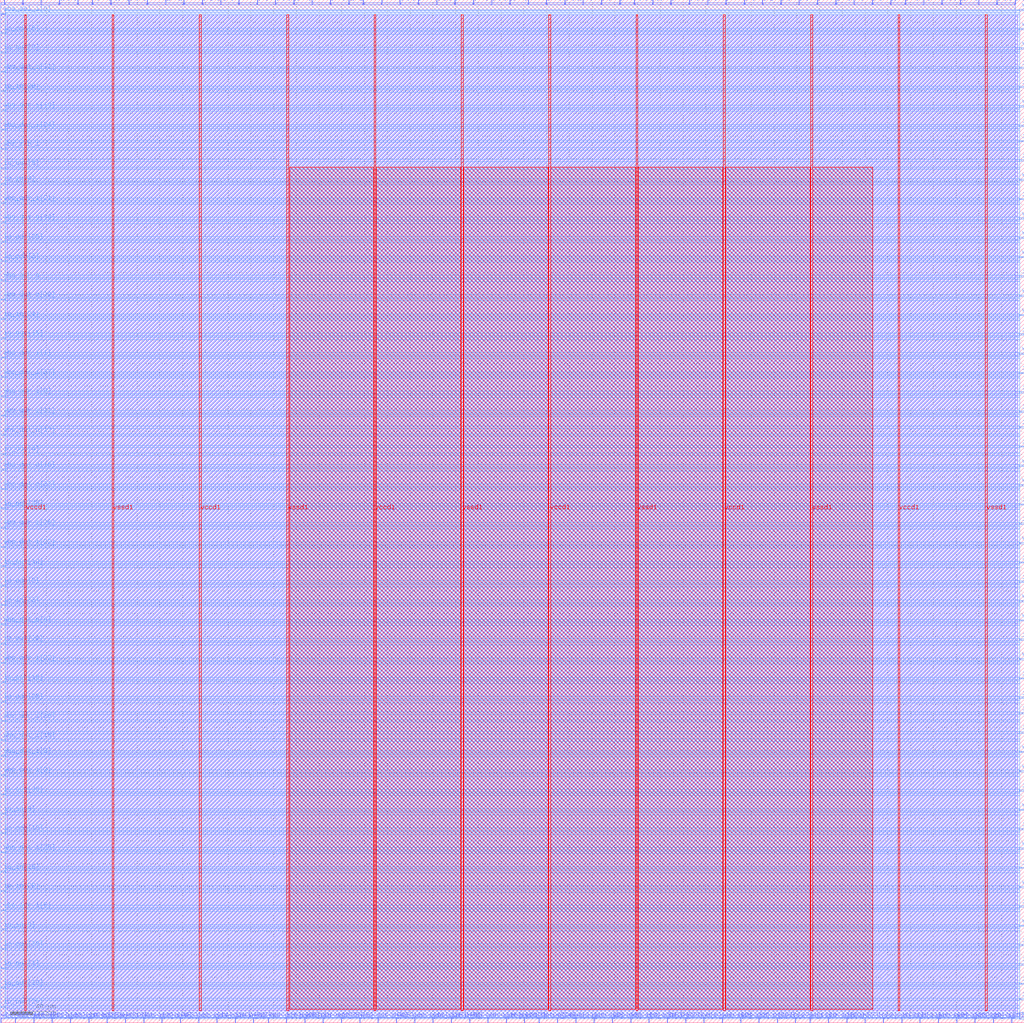
<source format=lef>
VERSION 5.7 ;
  NOWIREEXTENSIONATPIN ON ;
  DIVIDERCHAR "/" ;
  BUSBITCHARS "[]" ;
MACRO wrapped_etpu
  CLASS BLOCK ;
  FOREIGN wrapped_etpu ;
  ORIGIN 0.000 0.000 ;
  SIZE 900.000 BY 900.000 ;
  PIN active
    DIRECTION INPUT ;
    USE SIGNAL ;
    PORT
      LAYER met2 ;
        RECT 3.170 896.000 3.730 900.000 ;
    END
  END active
  PIN io_in[0]
    DIRECTION INPUT ;
    USE SIGNAL ;
    PORT
      LAYER met3 ;
        RECT 896.000 271.740 900.000 272.940 ;
    END
  END io_in[0]
  PIN io_in[10]
    DIRECTION INPUT ;
    USE SIGNAL ;
    PORT
      LAYER met2 ;
        RECT 666.490 0.000 667.050 4.000 ;
    END
  END io_in[10]
  PIN io_in[11]
    DIRECTION INPUT ;
    USE SIGNAL ;
    PORT
      LAYER met2 ;
        RECT 698.690 0.000 699.250 4.000 ;
    END
  END io_in[11]
  PIN io_in[12]
    DIRECTION INPUT ;
    USE SIGNAL ;
    PORT
      LAYER met2 ;
        RECT 206.030 0.000 206.590 4.000 ;
    END
  END io_in[12]
  PIN io_in[13]
    DIRECTION INPUT ;
    USE SIGNAL ;
    PORT
      LAYER met3 ;
        RECT 896.000 135.740 900.000 136.940 ;
    END
  END io_in[13]
  PIN io_in[14]
    DIRECTION INPUT ;
    USE SIGNAL ;
    PORT
      LAYER met3 ;
        RECT 896.000 101.740 900.000 102.940 ;
    END
  END io_in[14]
  PIN io_in[15]
    DIRECTION INPUT ;
    USE SIGNAL ;
    PORT
      LAYER met2 ;
        RECT 331.610 0.000 332.170 4.000 ;
    END
  END io_in[15]
  PIN io_in[16]
    DIRECTION INPUT ;
    USE SIGNAL ;
    PORT
      LAYER met3 ;
        RECT 0.000 132.340 4.000 133.540 ;
    END
  END io_in[16]
  PIN io_in[17]
    DIRECTION INPUT ;
    USE SIGNAL ;
    PORT
      LAYER met3 ;
        RECT 896.000 455.340 900.000 456.540 ;
    END
  END io_in[17]
  PIN io_in[18]
    DIRECTION INPUT ;
    USE SIGNAL ;
    PORT
      LAYER met3 ;
        RECT 896.000 336.340 900.000 337.540 ;
    END
  END io_in[18]
  PIN io_in[19]
    DIRECTION INPUT ;
    USE SIGNAL ;
    PORT
      LAYER met2 ;
        RECT 727.670 0.000 728.230 4.000 ;
    END
  END io_in[19]
  PIN io_in[1]
    DIRECTION INPUT ;
    USE SIGNAL ;
    PORT
      LAYER met2 ;
        RECT 289.750 896.000 290.310 900.000 ;
    END
  END io_in[1]
  PIN io_in[20]
    DIRECTION INPUT ;
    USE SIGNAL ;
    PORT
      LAYER met3 ;
        RECT 896.000 20.140 900.000 21.340 ;
    END
  END io_in[20]
  PIN io_in[21]
    DIRECTION INPUT ;
    USE SIGNAL ;
    PORT
      LAYER met3 ;
        RECT 896.000 655.940 900.000 657.140 ;
    END
  END io_in[21]
  PIN io_in[22]
    DIRECTION INPUT ;
    USE SIGNAL ;
    PORT
      LAYER met2 ;
        RECT 128.750 896.000 129.310 900.000 ;
    END
  END io_in[22]
  PIN io_in[23]
    DIRECTION INPUT ;
    USE SIGNAL ;
    PORT
      LAYER met2 ;
        RECT 766.310 896.000 766.870 900.000 ;
    END
  END io_in[23]
  PIN io_in[24]
    DIRECTION INPUT ;
    USE SIGNAL ;
    PORT
      LAYER met3 ;
        RECT 0.000 618.540 4.000 619.740 ;
    END
  END io_in[24]
  PIN io_in[25]
    DIRECTION INPUT ;
    USE SIGNAL ;
    PORT
      LAYER met2 ;
        RECT 827.490 896.000 828.050 900.000 ;
    END
  END io_in[25]
  PIN io_in[26]
    DIRECTION INPUT ;
    USE SIGNAL ;
    PORT
      LAYER met2 ;
        RECT 431.430 896.000 431.990 900.000 ;
    END
  END io_in[26]
  PIN io_in[27]
    DIRECTION INPUT ;
    USE SIGNAL ;
    PORT
      LAYER met2 ;
        RECT 682.590 0.000 683.150 4.000 ;
    END
  END io_in[27]
  PIN io_in[28]
    DIRECTION INPUT ;
    USE SIGNAL ;
    PORT
      LAYER met3 ;
        RECT 0.000 115.340 4.000 116.540 ;
    END
  END io_in[28]
  PIN io_in[29]
    DIRECTION INPUT ;
    USE SIGNAL ;
    PORT
      LAYER met2 ;
        RECT 585.990 0.000 586.550 4.000 ;
    END
  END io_in[29]
  PIN io_in[2]
    DIRECTION INPUT ;
    USE SIGNAL ;
    PORT
      LAYER met2 ;
        RECT 177.050 896.000 177.610 900.000 ;
    END
  END io_in[2]
  PIN io_in[30]
    DIRECTION INPUT ;
    USE SIGNAL ;
    PORT
      LAYER met2 ;
        RECT 35.370 896.000 35.930 900.000 ;
    END
  END io_in[30]
  PIN io_in[31]
    DIRECTION INPUT ;
    USE SIGNAL ;
    PORT
      LAYER met2 ;
        RECT 241.450 896.000 242.010 900.000 ;
    END
  END io_in[31]
  PIN io_in[32]
    DIRECTION INPUT ;
    USE SIGNAL ;
    PORT
      LAYER met3 ;
        RECT 0.000 366.940 4.000 368.140 ;
    END
  END io_in[32]
  PIN io_in[33]
    DIRECTION INPUT ;
    USE SIGNAL ;
    PORT
      LAYER met3 ;
        RECT 896.000 33.740 900.000 34.940 ;
    END
  END io_in[33]
  PIN io_in[34]
    DIRECTION INPUT ;
    USE SIGNAL ;
    PORT
      LAYER met2 ;
        RECT 473.290 0.000 473.850 4.000 ;
    END
  END io_in[34]
  PIN io_in[35]
    DIRECTION INPUT ;
    USE SIGNAL ;
    PORT
      LAYER met3 ;
        RECT 896.000 302.340 900.000 303.540 ;
    END
  END io_in[35]
  PIN io_in[36]
    DIRECTION INPUT ;
    USE SIGNAL ;
    PORT
      LAYER met3 ;
        RECT 0.000 819.140 4.000 820.340 ;
    END
  END io_in[36]
  PIN io_in[37]
    DIRECTION INPUT ;
    USE SIGNAL ;
    PORT
      LAYER met3 ;
        RECT 896.000 604.940 900.000 606.140 ;
    END
  END io_in[37]
  PIN io_in[3]
    DIRECTION INPUT ;
    USE SIGNAL ;
    PORT
      LAYER met2 ;
        RECT 759.870 0.000 760.430 4.000 ;
    END
  END io_in[3]
  PIN io_in[4]
    DIRECTION INPUT ;
    USE SIGNAL ;
    PORT
      LAYER met3 ;
        RECT 0.000 737.540 4.000 738.740 ;
    END
  END io_in[4]
  PIN io_in[5]
    DIRECTION INPUT ;
    USE SIGNAL ;
    PORT
      LAYER met2 ;
        RECT 299.410 0.000 299.970 4.000 ;
    END
  END io_in[5]
  PIN io_in[6]
    DIRECTION INPUT ;
    USE SIGNAL ;
    PORT
      LAYER met2 ;
        RECT 396.010 0.000 396.570 4.000 ;
    END
  END io_in[6]
  PIN io_in[7]
    DIRECTION INPUT ;
    USE SIGNAL ;
    PORT
      LAYER met2 ;
        RECT 743.770 0.000 744.330 4.000 ;
    END
  END io_in[7]
  PIN io_in[8]
    DIRECTION INPUT ;
    USE SIGNAL ;
    PORT
      LAYER met3 ;
        RECT 0.000 183.340 4.000 184.540 ;
    END
  END io_in[8]
  PIN io_in[9]
    DIRECTION INPUT ;
    USE SIGNAL ;
    PORT
      LAYER met3 ;
        RECT 0.000 81.340 4.000 82.540 ;
    END
  END io_in[9]
  PIN io_oeb[0]
    DIRECTION INOUT ;
    USE SIGNAL ;
    PORT
      LAYER met2 ;
        RECT 602.090 0.000 602.650 4.000 ;
    END
  END io_oeb[0]
  PIN io_oeb[10]
    DIRECTION INOUT ;
    USE SIGNAL ;
    PORT
      LAYER met2 ;
        RECT 653.610 896.000 654.170 900.000 ;
    END
  END io_oeb[10]
  PIN io_oeb[11]
    DIRECTION INOUT ;
    USE SIGNAL ;
    PORT
      LAYER met2 ;
        RECT 792.070 0.000 792.630 4.000 ;
    END
  END io_oeb[11]
  PIN io_oeb[12]
    DIRECTION INOUT ;
    USE SIGNAL ;
    PORT
      LAYER met2 ;
        RECT 685.810 896.000 686.370 900.000 ;
    END
  END io_oeb[12]
  PIN io_oeb[13]
    DIRECTION INOUT ;
    USE SIGNAL ;
    PORT
      LAYER met3 ;
        RECT 896.000 536.940 900.000 538.140 ;
    END
  END io_oeb[13]
  PIN io_oeb[14]
    DIRECTION INOUT ;
    USE SIGNAL ;
    PORT
      LAYER met3 ;
        RECT 896.000 723.940 900.000 725.140 ;
    END
  END io_oeb[14]
  PIN io_oeb[15]
    DIRECTION INOUT ;
    USE SIGNAL ;
    PORT
      LAYER met3 ;
        RECT 896.000 523.340 900.000 524.540 ;
    END
  END io_oeb[15]
  PIN io_oeb[16]
    DIRECTION INOUT ;
    USE SIGNAL ;
    PORT
      LAYER met3 ;
        RECT 0.000 298.940 4.000 300.140 ;
    END
  END io_oeb[16]
  PIN io_oeb[17]
    DIRECTION INOUT ;
    USE SIGNAL ;
    PORT
      LAYER met2 ;
        RECT 444.310 0.000 444.870 4.000 ;
    END
  END io_oeb[17]
  PIN io_oeb[18]
    DIRECTION INOUT ;
    USE SIGNAL ;
    PORT
      LAYER met2 ;
        RECT 811.390 896.000 811.950 900.000 ;
    END
  END io_oeb[18]
  PIN io_oeb[19]
    DIRECTION INOUT ;
    USE SIGNAL ;
    PORT
      LAYER met3 ;
        RECT 0.000 166.340 4.000 167.540 ;
    END
  END io_oeb[19]
  PIN io_oeb[1]
    DIRECTION INOUT ;
    USE SIGNAL ;
    PORT
      LAYER met3 ;
        RECT 896.000 50.740 900.000 51.940 ;
    END
  END io_oeb[1]
  PIN io_oeb[20]
    DIRECTION INOUT ;
    USE SIGNAL ;
    PORT
      LAYER met3 ;
        RECT 0.000 13.340 4.000 14.540 ;
    END
  END io_oeb[20]
  PIN io_oeb[21]
    DIRECTION INOUT ;
    USE SIGNAL ;
    PORT
      LAYER met2 ;
        RECT 251.110 0.000 251.670 4.000 ;
    END
  END io_oeb[21]
  PIN io_oeb[22]
    DIRECTION INOUT ;
    USE SIGNAL ;
    PORT
      LAYER met3 ;
        RECT 896.000 822.540 900.000 823.740 ;
    END
  END io_oeb[22]
  PIN io_oeb[23]
    DIRECTION INOUT ;
    USE SIGNAL ;
    PORT
      LAYER met2 ;
        RECT 734.110 896.000 734.670 900.000 ;
    END
  END io_oeb[23]
  PIN io_oeb[24]
    DIRECTION INOUT ;
    USE SIGNAL ;
    PORT
      LAYER met2 ;
        RECT 77.230 0.000 77.790 4.000 ;
    END
  END io_oeb[24]
  PIN io_oeb[25]
    DIRECTION INOUT ;
    USE SIGNAL ;
    PORT
      LAYER met2 ;
        RECT 283.310 0.000 283.870 4.000 ;
    END
  END io_oeb[25]
  PIN io_oeb[26]
    DIRECTION INOUT ;
    USE SIGNAL ;
    PORT
      LAYER met3 ;
        RECT 896.000 506.340 900.000 507.540 ;
    END
  END io_oeb[26]
  PIN io_oeb[27]
    DIRECTION INOUT ;
    USE SIGNAL ;
    PORT
      LAYER met2 ;
        RECT 569.890 0.000 570.450 4.000 ;
    END
  END io_oeb[27]
  PIN io_oeb[28]
    DIRECTION INOUT ;
    USE SIGNAL ;
    PORT
      LAYER met3 ;
        RECT 0.000 281.940 4.000 283.140 ;
    END
  END io_oeb[28]
  PIN io_oeb[29]
    DIRECTION INOUT ;
    USE SIGNAL ;
    PORT
      LAYER met2 ;
        RECT 415.330 896.000 415.890 900.000 ;
    END
  END io_oeb[29]
  PIN io_oeb[2]
    DIRECTION INOUT ;
    USE SIGNAL ;
    PORT
      LAYER met3 ;
        RECT 0.000 669.540 4.000 670.740 ;
    END
  END io_oeb[2]
  PIN io_oeb[30]
    DIRECTION INOUT ;
    USE SIGNAL ;
    PORT
      LAYER met2 ;
        RECT 80.450 896.000 81.010 900.000 ;
    END
  END io_oeb[30]
  PIN io_oeb[31]
    DIRECTION INOUT ;
    USE SIGNAL ;
    PORT
      LAYER met2 ;
        RECT 875.790 896.000 876.350 900.000 ;
    END
  END io_oeb[31]
  PIN io_oeb[32]
    DIRECTION INOUT ;
    USE SIGNAL ;
    PORT
      LAYER met2 ;
        RECT 511.930 896.000 512.490 900.000 ;
    END
  END io_oeb[32]
  PIN io_oeb[33]
    DIRECTION INOUT ;
    USE SIGNAL ;
    PORT
      LAYER met3 ;
        RECT 896.000 774.940 900.000 776.140 ;
    END
  END io_oeb[33]
  PIN io_oeb[34]
    DIRECTION INOUT ;
    USE SIGNAL ;
    PORT
      LAYER met3 ;
        RECT 896.000 788.540 900.000 789.740 ;
    END
  END io_oeb[34]
  PIN io_oeb[35]
    DIRECTION INOUT ;
    USE SIGNAL ;
    PORT
      LAYER met3 ;
        RECT 0.000 451.940 4.000 453.140 ;
    END
  END io_oeb[35]
  PIN io_oeb[36]
    DIRECTION INOUT ;
    USE SIGNAL ;
    PORT
      LAYER met2 ;
        RECT 750.210 896.000 750.770 900.000 ;
    END
  END io_oeb[36]
  PIN io_oeb[37]
    DIRECTION INOUT ;
    USE SIGNAL ;
    PORT
      LAYER met3 ;
        RECT 896.000 570.940 900.000 572.140 ;
    END
  END io_oeb[37]
  PIN io_oeb[3]
    DIRECTION INOUT ;
    USE SIGNAL ;
    PORT
      LAYER met2 ;
        RECT 160.950 896.000 161.510 900.000 ;
    END
  END io_oeb[3]
  PIN io_oeb[4]
    DIRECTION INOUT ;
    USE SIGNAL ;
    PORT
      LAYER met3 ;
        RECT 896.000 254.740 900.000 255.940 ;
    END
  END io_oeb[4]
  PIN io_oeb[5]
    DIRECTION INOUT ;
    USE SIGNAL ;
    PORT
      LAYER met3 ;
        RECT 0.000 751.140 4.000 752.340 ;
    END
  END io_oeb[5]
  PIN io_oeb[6]
    DIRECTION INOUT ;
    USE SIGNAL ;
    PORT
      LAYER met2 ;
        RECT 96.550 896.000 97.110 900.000 ;
    END
  END io_oeb[6]
  PIN io_oeb[7]
    DIRECTION INOUT ;
    USE SIGNAL ;
    PORT
      LAYER met3 ;
        RECT 896.000 839.540 900.000 840.740 ;
    END
  END io_oeb[7]
  PIN io_oeb[8]
    DIRECTION INOUT ;
    USE SIGNAL ;
    PORT
      LAYER met3 ;
        RECT 896.000 438.340 900.000 439.540 ;
    END
  END io_oeb[8]
  PIN io_oeb[9]
    DIRECTION INOUT ;
    USE SIGNAL ;
    PORT
      LAYER met3 ;
        RECT 0.000 383.940 4.000 385.140 ;
    END
  END io_oeb[9]
  PIN io_out[0]
    DIRECTION INOUT ;
    USE SIGNAL ;
    PORT
      LAYER met3 ;
        RECT 0.000 853.140 4.000 854.340 ;
    END
  END io_out[0]
  PIN io_out[10]
    DIRECTION INOUT ;
    USE SIGNAL ;
    PORT
      LAYER met3 ;
        RECT 0.000 30.340 4.000 31.540 ;
    END
  END io_out[10]
  PIN io_out[11]
    DIRECTION INOUT ;
    USE SIGNAL ;
    PORT
      LAYER met2 ;
        RECT 489.390 0.000 489.950 4.000 ;
    END
  END io_out[11]
  PIN io_out[12]
    DIRECTION INOUT ;
    USE SIGNAL ;
    PORT
      LAYER met3 ;
        RECT 0.000 400.940 4.000 402.140 ;
    END
  END io_out[12]
  PIN io_out[13]
    DIRECTION INOUT ;
    USE SIGNAL ;
    PORT
      LAYER met2 ;
        RECT 557.010 896.000 557.570 900.000 ;
    END
  END io_out[13]
  PIN io_out[14]
    DIRECTION INOUT ;
    USE SIGNAL ;
    PORT
      LAYER met2 ;
        RECT 891.890 896.000 892.450 900.000 ;
    END
  END io_out[14]
  PIN io_out[15]
    DIRECTION INOUT ;
    USE SIGNAL ;
    PORT
      LAYER met3 ;
        RECT 0.000 601.540 4.000 602.740 ;
    END
  END io_out[15]
  PIN io_out[16]
    DIRECTION INOUT ;
    USE SIGNAL ;
    PORT
      LAYER met2 ;
        RECT 93.330 0.000 93.890 4.000 ;
    END
  END io_out[16]
  PIN io_out[17]
    DIRECTION INOUT ;
    USE SIGNAL ;
    PORT
      LAYER met2 ;
        RECT 334.830 896.000 335.390 900.000 ;
    END
  END io_out[17]
  PIN io_out[18]
    DIRECTION INOUT ;
    USE SIGNAL ;
    PORT
      LAYER met3 ;
        RECT 896.000 203.740 900.000 204.940 ;
    END
  END io_out[18]
  PIN io_out[19]
    DIRECTION INOUT ;
    USE SIGNAL ;
    PORT
      LAYER met2 ;
        RECT 782.410 896.000 782.970 900.000 ;
    END
  END io_out[19]
  PIN io_out[1]
    DIRECTION INOUT ;
    USE SIGNAL ;
    PORT
      LAYER met3 ;
        RECT 0.000 47.340 4.000 48.540 ;
    END
  END io_out[1]
  PIN io_out[20]
    DIRECTION INOUT ;
    USE SIGNAL ;
    PORT
      LAYER met3 ;
        RECT 0.000 332.940 4.000 334.140 ;
    END
  END io_out[20]
  PIN io_out[21]
    DIRECTION INOUT ;
    USE SIGNAL ;
    PORT
      LAYER met2 ;
        RECT 775.970 0.000 776.530 4.000 ;
    END
  END io_out[21]
  PIN io_out[22]
    DIRECTION INOUT ;
    USE SIGNAL ;
    PORT
      LAYER met2 ;
        RECT 859.690 896.000 860.250 900.000 ;
    END
  END io_out[22]
  PIN io_out[23]
    DIRECTION INOUT ;
    USE SIGNAL ;
    PORT
      LAYER met2 ;
        RECT 605.310 896.000 605.870 900.000 ;
    END
  END io_out[23]
  PIN io_out[24]
    DIRECTION INOUT ;
    USE SIGNAL ;
    PORT
      LAYER met3 ;
        RECT 896.000 553.940 900.000 555.140 ;
    END
  END io_out[24]
  PIN io_out[25]
    DIRECTION INOUT ;
    USE SIGNAL ;
    PORT
      LAYER met3 ;
        RECT 0.000 686.540 4.000 687.740 ;
    END
  END io_out[25]
  PIN io_out[26]
    DIRECTION INOUT ;
    USE SIGNAL ;
    PORT
      LAYER met2 ;
        RECT 888.670 0.000 889.230 4.000 ;
    END
  END io_out[26]
  PIN io_out[27]
    DIRECTION INOUT ;
    USE SIGNAL ;
    PORT
      LAYER met3 ;
        RECT 896.000 387.340 900.000 388.540 ;
    END
  END io_out[27]
  PIN io_out[28]
    DIRECTION INOUT ;
    USE SIGNAL ;
    PORT
      LAYER met2 ;
        RECT 544.130 896.000 544.690 900.000 ;
    END
  END io_out[28]
  PIN io_out[29]
    DIRECTION INOUT ;
    USE SIGNAL ;
    PORT
      LAYER met2 ;
        RECT 669.710 896.000 670.270 900.000 ;
    END
  END io_out[29]
  PIN io_out[2]
    DIRECTION INOUT ;
    USE SIGNAL ;
    PORT
      LAYER met3 ;
        RECT 896.000 285.340 900.000 286.540 ;
    END
  END io_out[2]
  PIN io_out[30]
    DIRECTION INOUT ;
    USE SIGNAL ;
    PORT
      LAYER met3 ;
        RECT 0.000 64.340 4.000 65.540 ;
    END
  END io_out[30]
  PIN io_out[31]
    DIRECTION INOUT ;
    USE SIGNAL ;
    PORT
      LAYER met2 ;
        RECT 589.210 896.000 589.770 900.000 ;
    END
  END io_out[31]
  PIN io_out[32]
    DIRECTION INOUT ;
    USE SIGNAL ;
    PORT
      LAYER met2 ;
        RECT 225.350 896.000 225.910 900.000 ;
    END
  END io_out[32]
  PIN io_out[33]
    DIRECTION INOUT ;
    USE SIGNAL ;
    PORT
      LAYER met2 ;
        RECT 367.030 896.000 367.590 900.000 ;
    END
  END io_out[33]
  PIN io_out[34]
    DIRECTION INOUT ;
    USE SIGNAL ;
    PORT
      LAYER met2 ;
        RECT 495.830 896.000 496.390 900.000 ;
    END
  END io_out[34]
  PIN io_out[35]
    DIRECTION INOUT ;
    USE SIGNAL ;
    PORT
      LAYER met2 ;
        RECT 872.570 0.000 873.130 4.000 ;
    END
  END io_out[35]
  PIN io_out[36]
    DIRECTION INOUT ;
    USE SIGNAL ;
    PORT
      LAYER met3 ;
        RECT 0.000 200.340 4.000 201.540 ;
    END
  END io_out[36]
  PIN io_out[37]
    DIRECTION INOUT ;
    USE SIGNAL ;
    PORT
      LAYER met3 ;
        RECT 896.000 67.740 900.000 68.940 ;
    END
  END io_out[37]
  PIN io_out[3]
    DIRECTION INOUT ;
    USE SIGNAL ;
    PORT
      LAYER met2 ;
        RECT 141.630 0.000 142.190 4.000 ;
    END
  END io_out[3]
  PIN io_out[4]
    DIRECTION INOUT ;
    USE SIGNAL ;
    PORT
      LAYER met3 ;
        RECT 0.000 499.540 4.000 500.740 ;
    END
  END io_out[4]
  PIN io_out[5]
    DIRECTION INOUT ;
    USE SIGNAL ;
    PORT
      LAYER met2 ;
        RECT 479.730 896.000 480.290 900.000 ;
    END
  END io_out[5]
  PIN io_out[6]
    DIRECTION INOUT ;
    USE SIGNAL ;
    PORT
      LAYER met3 ;
        RECT 896.000 404.340 900.000 405.540 ;
    END
  END io_out[6]
  PIN io_out[7]
    DIRECTION INOUT ;
    USE SIGNAL ;
    PORT
      LAYER met3 ;
        RECT 896.000 169.740 900.000 170.940 ;
    END
  END io_out[7]
  PIN io_out[8]
    DIRECTION INOUT ;
    USE SIGNAL ;
    PORT
      LAYER met3 ;
        RECT 0.000 870.140 4.000 871.340 ;
    END
  END io_out[8]
  PIN io_out[9]
    DIRECTION INOUT ;
    USE SIGNAL ;
    PORT
      LAYER met3 ;
        RECT 896.000 757.940 900.000 759.140 ;
    END
  END io_out[9]
  PIN vccd1
    DIRECTION INOUT ;
    USE POWER ;
    PORT
      LAYER met4 ;
        RECT 21.040 10.640 22.640 886.960 ;
    END
    PORT
      LAYER met4 ;
        RECT 174.640 10.640 176.240 886.960 ;
    END
    PORT
      LAYER met4 ;
        RECT 328.240 10.640 329.840 886.960 ;
    END
    PORT
      LAYER met4 ;
        RECT 481.840 10.640 483.440 886.960 ;
    END
    PORT
      LAYER met4 ;
        RECT 635.440 10.640 637.040 886.960 ;
    END
    PORT
      LAYER met4 ;
        RECT 789.040 10.640 790.640 886.960 ;
    END
  END vccd1
  PIN vssd1
    DIRECTION INOUT ;
    USE GROUND ;
    PORT
      LAYER met4 ;
        RECT 97.840 10.640 99.440 886.960 ;
    END
    PORT
      LAYER met4 ;
        RECT 251.440 10.640 253.040 886.960 ;
    END
    PORT
      LAYER met4 ;
        RECT 405.040 10.640 406.640 886.960 ;
    END
    PORT
      LAYER met4 ;
        RECT 558.640 10.640 560.240 886.960 ;
    END
    PORT
      LAYER met4 ;
        RECT 712.240 10.640 713.840 886.960 ;
    END
    PORT
      LAYER met4 ;
        RECT 865.840 10.640 867.440 886.960 ;
    END
  END vssd1
  PIN wb_clk_i
    DIRECTION INPUT ;
    USE SIGNAL ;
    PORT
      LAYER met2 ;
        RECT 305.850 896.000 306.410 900.000 ;
    END
  END wb_clk_i
  PIN wb_rst_i
    DIRECTION INPUT ;
    USE SIGNAL ;
    PORT
      LAYER met3 ;
        RECT 896.000 873.540 900.000 874.740 ;
    END
  END wb_rst_i
  PIN wbs_ack_o
    DIRECTION INOUT ;
    USE SIGNAL ;
    PORT
      LAYER met3 ;
        RECT 0.000 652.540 4.000 653.740 ;
    END
  END wbs_ack_o
  PIN wbs_adr_i[0]
    DIRECTION INPUT ;
    USE SIGNAL ;
    PORT
      LAYER met3 ;
        RECT 896.000 587.940 900.000 589.140 ;
    END
  END wbs_adr_i[0]
  PIN wbs_adr_i[10]
    DIRECTION INPUT ;
    USE SIGNAL ;
    PORT
      LAYER met3 ;
        RECT 896.000 740.940 900.000 742.140 ;
    END
  END wbs_adr_i[10]
  PIN wbs_adr_i[11]
    DIRECTION INPUT ;
    USE SIGNAL ;
    PORT
      LAYER met3 ;
        RECT 0.000 533.540 4.000 534.740 ;
    END
  END wbs_adr_i[11]
  PIN wbs_adr_i[12]
    DIRECTION INPUT ;
    USE SIGNAL ;
    PORT
      LAYER met2 ;
        RECT 45.030 0.000 45.590 4.000 ;
    END
  END wbs_adr_i[12]
  PIN wbs_adr_i[13]
    DIRECTION INPUT ;
    USE SIGNAL ;
    PORT
      LAYER met2 ;
        RECT 347.710 0.000 348.270 4.000 ;
    END
  END wbs_adr_i[13]
  PIN wbs_adr_i[14]
    DIRECTION INPUT ;
    USE SIGNAL ;
    PORT
      LAYER met3 ;
        RECT 896.000 220.740 900.000 221.940 ;
    END
  END wbs_adr_i[14]
  PIN wbs_adr_i[15]
    DIRECTION INPUT ;
    USE SIGNAL ;
    PORT
      LAYER met2 ;
        RECT 463.630 896.000 464.190 900.000 ;
    END
  END wbs_adr_i[15]
  PIN wbs_adr_i[16]
    DIRECTION INPUT ;
    USE SIGNAL ;
    PORT
      LAYER met2 ;
        RECT 412.110 0.000 412.670 4.000 ;
    END
  END wbs_adr_i[16]
  PIN wbs_adr_i[17]
    DIRECTION INPUT ;
    USE SIGNAL ;
    PORT
      LAYER met3 ;
        RECT 896.000 152.740 900.000 153.940 ;
    END
  END wbs_adr_i[17]
  PIN wbs_adr_i[18]
    DIRECTION INPUT ;
    USE SIGNAL ;
    PORT
      LAYER met2 ;
        RECT 856.470 0.000 857.030 4.000 ;
    END
  END wbs_adr_i[18]
  PIN wbs_adr_i[19]
    DIRECTION INPUT ;
    USE SIGNAL ;
    PORT
      LAYER met3 ;
        RECT 0.000 802.140 4.000 803.340 ;
    END
  END wbs_adr_i[19]
  PIN wbs_adr_i[1]
    DIRECTION INPUT ;
    USE SIGNAL ;
    PORT
      LAYER met3 ;
        RECT 0.000 584.540 4.000 585.740 ;
    END
  END wbs_adr_i[1]
  PIN wbs_adr_i[20]
    DIRECTION INPUT ;
    USE SIGNAL ;
    PORT
      LAYER met3 ;
        RECT 896.000 489.340 900.000 490.540 ;
    END
  END wbs_adr_i[20]
  PIN wbs_adr_i[21]
    DIRECTION INPUT ;
    USE SIGNAL ;
    PORT
      LAYER met3 ;
        RECT 0.000 720.540 4.000 721.740 ;
    END
  END wbs_adr_i[21]
  PIN wbs_adr_i[22]
    DIRECTION INPUT ;
    USE SIGNAL ;
    PORT
      LAYER met3 ;
        RECT 0.000 315.940 4.000 317.140 ;
    END
  END wbs_adr_i[22]
  PIN wbs_adr_i[23]
    DIRECTION INPUT ;
    USE SIGNAL ;
    PORT
      LAYER met2 ;
        RECT 824.270 0.000 824.830 4.000 ;
    END
  END wbs_adr_i[23]
  PIN wbs_adr_i[24]
    DIRECTION INPUT ;
    USE SIGNAL ;
    PORT
      LAYER met2 ;
        RECT 273.650 896.000 274.210 900.000 ;
    END
  END wbs_adr_i[24]
  PIN wbs_adr_i[25]
    DIRECTION INPUT ;
    USE SIGNAL ;
    PORT
      LAYER met2 ;
        RECT 363.810 0.000 364.370 4.000 ;
    END
  END wbs_adr_i[25]
  PIN wbs_adr_i[26]
    DIRECTION INPUT ;
    USE SIGNAL ;
    PORT
      LAYER met3 ;
        RECT 0.000 434.940 4.000 436.140 ;
    END
  END wbs_adr_i[26]
  PIN wbs_adr_i[27]
    DIRECTION INPUT ;
    USE SIGNAL ;
    PORT
      LAYER met3 ;
        RECT 0.000 567.540 4.000 568.740 ;
    END
  END wbs_adr_i[27]
  PIN wbs_adr_i[28]
    DIRECTION INPUT ;
    USE SIGNAL ;
    PORT
      LAYER met3 ;
        RECT 0.000 264.940 4.000 266.140 ;
    END
  END wbs_adr_i[28]
  PIN wbs_adr_i[29]
    DIRECTION INPUT ;
    USE SIGNAL ;
    PORT
      LAYER met2 ;
        RECT 257.550 896.000 258.110 900.000 ;
    END
  END wbs_adr_i[29]
  PIN wbs_adr_i[2]
    DIRECTION INPUT ;
    USE SIGNAL ;
    PORT
      LAYER met2 ;
        RECT 267.210 0.000 267.770 4.000 ;
    END
  END wbs_adr_i[2]
  PIN wbs_adr_i[30]
    DIRECTION INPUT ;
    USE SIGNAL ;
    PORT
      LAYER met2 ;
        RECT 112.650 896.000 113.210 900.000 ;
    END
  END wbs_adr_i[30]
  PIN wbs_adr_i[31]
    DIRECTION INPUT ;
    USE SIGNAL ;
    PORT
      LAYER met3 ;
        RECT 896.000 84.740 900.000 85.940 ;
    END
  END wbs_adr_i[31]
  PIN wbs_adr_i[3]
    DIRECTION INPUT ;
    USE SIGNAL ;
    PORT
      LAYER met2 ;
        RECT 537.690 0.000 538.250 4.000 ;
    END
  END wbs_adr_i[3]
  PIN wbs_adr_i[4]
    DIRECTION INPUT ;
    USE SIGNAL ;
    PORT
      LAYER met3 ;
        RECT 896.000 706.940 900.000 708.140 ;
    END
  END wbs_adr_i[4]
  PIN wbs_adr_i[5]
    DIRECTION INPUT ;
    USE SIGNAL ;
    PORT
      LAYER met3 ;
        RECT 0.000 98.340 4.000 99.540 ;
    END
  END wbs_adr_i[5]
  PIN wbs_adr_i[6]
    DIRECTION INPUT ;
    USE SIGNAL ;
    PORT
      LAYER met2 ;
        RECT 222.130 0.000 222.690 4.000 ;
    END
  END wbs_adr_i[6]
  PIN wbs_adr_i[7]
    DIRECTION INPUT ;
    USE SIGNAL ;
    PORT
      LAYER met2 ;
        RECT 193.150 896.000 193.710 900.000 ;
    END
  END wbs_adr_i[7]
  PIN wbs_adr_i[8]
    DIRECTION INPUT ;
    USE SIGNAL ;
    PORT
      LAYER met2 ;
        RECT 711.570 0.000 712.130 4.000 ;
    END
  END wbs_adr_i[8]
  PIN wbs_adr_i[9]
    DIRECTION INPUT ;
    USE SIGNAL ;
    PORT
      LAYER met3 ;
        RECT 0.000 550.540 4.000 551.740 ;
    END
  END wbs_adr_i[9]
  PIN wbs_cyc_i
    DIRECTION INPUT ;
    USE SIGNAL ;
    PORT
      LAYER met2 ;
        RECT 718.010 896.000 718.570 900.000 ;
    END
  END wbs_cyc_i
  PIN wbs_dat_i[0]
    DIRECTION INPUT ;
    USE SIGNAL ;
    PORT
      LAYER met2 ;
        RECT 19.270 896.000 19.830 900.000 ;
    END
  END wbs_dat_i[0]
  PIN wbs_dat_i[10]
    DIRECTION INPUT ;
    USE SIGNAL ;
    PORT
      LAYER met2 ;
        RECT 209.250 896.000 209.810 900.000 ;
    END
  END wbs_dat_i[10]
  PIN wbs_dat_i[11]
    DIRECTION INPUT ;
    USE SIGNAL ;
    PORT
      LAYER met2 ;
        RECT 350.930 896.000 351.490 900.000 ;
    END
  END wbs_dat_i[11]
  PIN wbs_dat_i[12]
    DIRECTION INPUT ;
    USE SIGNAL ;
    PORT
      LAYER met2 ;
        RECT 318.730 896.000 319.290 900.000 ;
    END
  END wbs_dat_i[12]
  PIN wbs_dat_i[13]
    DIRECTION INPUT ;
    USE SIGNAL ;
    PORT
      LAYER met2 ;
        RECT 28.930 0.000 29.490 4.000 ;
    END
  END wbs_dat_i[13]
  PIN wbs_dat_i[14]
    DIRECTION INPUT ;
    USE SIGNAL ;
    PORT
      LAYER met2 ;
        RECT 157.730 0.000 158.290 4.000 ;
    END
  END wbs_dat_i[14]
  PIN wbs_dat_i[15]
    DIRECTION INPUT ;
    USE SIGNAL ;
    PORT
      LAYER met3 ;
        RECT 0.000 247.940 4.000 249.140 ;
    END
  END wbs_dat_i[15]
  PIN wbs_dat_i[16]
    DIRECTION INPUT ;
    USE SIGNAL ;
    PORT
      LAYER met2 ;
        RECT 428.210 0.000 428.770 4.000 ;
    END
  END wbs_dat_i[16]
  PIN wbs_dat_i[17]
    DIRECTION INPUT ;
    USE SIGNAL ;
    PORT
      LAYER met3 ;
        RECT 896.000 856.540 900.000 857.740 ;
    END
  END wbs_dat_i[17]
  PIN wbs_dat_i[18]
    DIRECTION INPUT ;
    USE SIGNAL ;
    PORT
      LAYER met2 ;
        RECT 51.470 896.000 52.030 900.000 ;
    END
  END wbs_dat_i[18]
  PIN wbs_dat_i[19]
    DIRECTION INPUT ;
    USE SIGNAL ;
    PORT
      LAYER met2 ;
        RECT 447.530 896.000 448.090 900.000 ;
    END
  END wbs_dat_i[19]
  PIN wbs_dat_i[1]
    DIRECTION INPUT ;
    USE SIGNAL ;
    PORT
      LAYER met2 ;
        RECT 109.430 0.000 109.990 4.000 ;
    END
  END wbs_dat_i[1]
  PIN wbs_dat_i[20]
    DIRECTION INPUT ;
    USE SIGNAL ;
    PORT
      LAYER met3 ;
        RECT 896.000 319.340 900.000 320.540 ;
    END
  END wbs_dat_i[20]
  PIN wbs_dat_i[21]
    DIRECTION INPUT ;
    USE SIGNAL ;
    PORT
      LAYER met3 ;
        RECT 896.000 672.940 900.000 674.140 ;
    END
  END wbs_dat_i[21]
  PIN wbs_dat_i[22]
    DIRECTION INPUT ;
    USE SIGNAL ;
    PORT
      LAYER met3 ;
        RECT 0.000 417.940 4.000 419.140 ;
    END
  END wbs_dat_i[22]
  PIN wbs_dat_i[23]
    DIRECTION INPUT ;
    USE SIGNAL ;
    PORT
      LAYER met3 ;
        RECT 896.000 472.340 900.000 473.540 ;
    END
  END wbs_dat_i[23]
  PIN wbs_dat_i[24]
    DIRECTION INPUT ;
    USE SIGNAL ;
    PORT
      LAYER met3 ;
        RECT 0.000 785.140 4.000 786.340 ;
    END
  END wbs_dat_i[24]
  PIN wbs_dat_i[25]
    DIRECTION INPUT ;
    USE SIGNAL ;
    PORT
      LAYER met3 ;
        RECT 0.000 149.340 4.000 150.540 ;
    END
  END wbs_dat_i[25]
  PIN wbs_dat_i[26]
    DIRECTION INPUT ;
    USE SIGNAL ;
    PORT
      LAYER met3 ;
        RECT 896.000 805.540 900.000 806.740 ;
    END
  END wbs_dat_i[26]
  PIN wbs_dat_i[27]
    DIRECTION INPUT ;
    USE SIGNAL ;
    PORT
      LAYER met2 ;
        RECT 528.030 896.000 528.590 900.000 ;
    END
  END wbs_dat_i[27]
  PIN wbs_dat_i[28]
    DIRECTION INPUT ;
    USE SIGNAL ;
    PORT
      LAYER met2 ;
        RECT 235.010 0.000 235.570 4.000 ;
    END
  END wbs_dat_i[28]
  PIN wbs_dat_i[29]
    DIRECTION INPUT ;
    USE SIGNAL ;
    PORT
      LAYER met3 ;
        RECT 896.000 353.340 900.000 354.540 ;
    END
  END wbs_dat_i[29]
  PIN wbs_dat_i[2]
    DIRECTION INPUT ;
    USE SIGNAL ;
    PORT
      LAYER met2 ;
        RECT 634.290 0.000 634.850 4.000 ;
    END
  END wbs_dat_i[2]
  PIN wbs_dat_i[30]
    DIRECTION INPUT ;
    USE SIGNAL ;
    PORT
      LAYER met3 ;
        RECT 896.000 118.740 900.000 119.940 ;
    END
  END wbs_dat_i[30]
  PIN wbs_dat_i[31]
    DIRECTION INPUT ;
    USE SIGNAL ;
    PORT
      LAYER met3 ;
        RECT 0.000 836.140 4.000 837.340 ;
    END
  END wbs_dat_i[31]
  PIN wbs_dat_i[3]
    DIRECTION INPUT ;
    USE SIGNAL ;
    PORT
      LAYER met2 ;
        RECT 808.170 0.000 808.730 4.000 ;
    END
  END wbs_dat_i[3]
  PIN wbs_dat_i[4]
    DIRECTION INPUT ;
    USE SIGNAL ;
    PORT
      LAYER met2 ;
        RECT 125.530 0.000 126.090 4.000 ;
    END
  END wbs_dat_i[4]
  PIN wbs_dat_i[5]
    DIRECTION INPUT ;
    USE SIGNAL ;
    PORT
      LAYER met2 ;
        RECT 379.910 0.000 380.470 4.000 ;
    END
  END wbs_dat_i[5]
  PIN wbs_dat_i[6]
    DIRECTION INPUT ;
    USE SIGNAL ;
    PORT
      LAYER met3 ;
        RECT 896.000 237.740 900.000 238.940 ;
    END
  END wbs_dat_i[6]
  PIN wbs_dat_i[7]
    DIRECTION INPUT ;
    USE SIGNAL ;
    PORT
      LAYER met3 ;
        RECT 896.000 890.540 900.000 891.740 ;
    END
  END wbs_dat_i[7]
  PIN wbs_dat_i[8]
    DIRECTION INPUT ;
    USE SIGNAL ;
    PORT
      LAYER met3 ;
        RECT 0.000 234.340 4.000 235.540 ;
    END
  END wbs_dat_i[8]
  PIN wbs_dat_i[9]
    DIRECTION INPUT ;
    USE SIGNAL ;
    PORT
      LAYER met2 ;
        RECT 840.370 0.000 840.930 4.000 ;
    END
  END wbs_dat_i[9]
  PIN wbs_dat_o[0]
    DIRECTION INOUT ;
    USE SIGNAL ;
    PORT
      LAYER met3 ;
        RECT 0.000 349.940 4.000 351.140 ;
    END
  END wbs_dat_o[0]
  PIN wbs_dat_o[10]
    DIRECTION INOUT ;
    USE SIGNAL ;
    PORT
      LAYER met3 ;
        RECT 896.000 370.340 900.000 371.540 ;
    END
  END wbs_dat_o[10]
  PIN wbs_dat_o[11]
    DIRECTION INOUT ;
    USE SIGNAL ;
    PORT
      LAYER met2 ;
        RECT 12.830 0.000 13.390 4.000 ;
    END
  END wbs_dat_o[11]
  PIN wbs_dat_o[12]
    DIRECTION INOUT ;
    USE SIGNAL ;
    PORT
      LAYER met3 ;
        RECT 896.000 689.940 900.000 691.140 ;
    END
  END wbs_dat_o[12]
  PIN wbs_dat_o[13]
    DIRECTION INOUT ;
    USE SIGNAL ;
    PORT
      LAYER met2 ;
        RECT 843.590 896.000 844.150 900.000 ;
    END
  END wbs_dat_o[13]
  PIN wbs_dat_o[14]
    DIRECTION INOUT ;
    USE SIGNAL ;
    PORT
      LAYER met3 ;
        RECT 896.000 3.140 900.000 4.340 ;
    END
  END wbs_dat_o[14]
  PIN wbs_dat_o[15]
    DIRECTION INOUT ;
    USE SIGNAL ;
    PORT
      LAYER met2 ;
        RECT 795.290 896.000 795.850 900.000 ;
    END
  END wbs_dat_o[15]
  PIN wbs_dat_o[16]
    DIRECTION INOUT ;
    USE SIGNAL ;
    PORT
      LAYER met3 ;
        RECT 0.000 485.940 4.000 487.140 ;
    END
  END wbs_dat_o[16]
  PIN wbs_dat_o[17]
    DIRECTION INOUT ;
    USE SIGNAL ;
    PORT
      LAYER met3 ;
        RECT 0.000 516.540 4.000 517.740 ;
    END
  END wbs_dat_o[17]
  PIN wbs_dat_o[18]
    DIRECTION INOUT ;
    USE SIGNAL ;
    PORT
      LAYER met2 ;
        RECT 553.790 0.000 554.350 4.000 ;
    END
  END wbs_dat_o[18]
  PIN wbs_dat_o[19]
    DIRECTION INOUT ;
    USE SIGNAL ;
    PORT
      LAYER met2 ;
        RECT -0.050 0.000 0.510 4.000 ;
    END
  END wbs_dat_o[19]
  PIN wbs_dat_o[1]
    DIRECTION INOUT ;
    USE SIGNAL ;
    PORT
      LAYER met2 ;
        RECT 650.390 0.000 650.950 4.000 ;
    END
  END wbs_dat_o[1]
  PIN wbs_dat_o[20]
    DIRECTION INOUT ;
    USE SIGNAL ;
    PORT
      LAYER met3 ;
        RECT 0.000 635.540 4.000 636.740 ;
    END
  END wbs_dat_o[20]
  PIN wbs_dat_o[21]
    DIRECTION INOUT ;
    USE SIGNAL ;
    PORT
      LAYER met2 ;
        RECT 67.570 896.000 68.130 900.000 ;
    END
  END wbs_dat_o[21]
  PIN wbs_dat_o[22]
    DIRECTION INOUT ;
    USE SIGNAL ;
    PORT
      LAYER met2 ;
        RECT 399.230 896.000 399.790 900.000 ;
    END
  END wbs_dat_o[22]
  PIN wbs_dat_o[23]
    DIRECTION INOUT ;
    USE SIGNAL ;
    PORT
      LAYER met3 ;
        RECT 0.000 468.940 4.000 470.140 ;
    END
  END wbs_dat_o[23]
  PIN wbs_dat_o[24]
    DIRECTION INOUT ;
    USE SIGNAL ;
    PORT
      LAYER met2 ;
        RECT 173.830 0.000 174.390 4.000 ;
    END
  END wbs_dat_o[24]
  PIN wbs_dat_o[25]
    DIRECTION INOUT ;
    USE SIGNAL ;
    PORT
      LAYER met2 ;
        RECT 61.130 0.000 61.690 4.000 ;
    END
  END wbs_dat_o[25]
  PIN wbs_dat_o[26]
    DIRECTION INOUT ;
    USE SIGNAL ;
    PORT
      LAYER met2 ;
        RECT 573.110 896.000 573.670 900.000 ;
    END
  END wbs_dat_o[26]
  PIN wbs_dat_o[27]
    DIRECTION INOUT ;
    USE SIGNAL ;
    PORT
      LAYER met2 ;
        RECT 383.130 896.000 383.690 900.000 ;
    END
  END wbs_dat_o[27]
  PIN wbs_dat_o[28]
    DIRECTION INOUT ;
    USE SIGNAL ;
    PORT
      LAYER met2 ;
        RECT 460.410 0.000 460.970 4.000 ;
    END
  END wbs_dat_o[28]
  PIN wbs_dat_o[29]
    DIRECTION INOUT ;
    USE SIGNAL ;
    PORT
      LAYER met2 ;
        RECT 701.910 896.000 702.470 900.000 ;
    END
  END wbs_dat_o[29]
  PIN wbs_dat_o[2]
    DIRECTION INOUT ;
    USE SIGNAL ;
    PORT
      LAYER met3 ;
        RECT 896.000 186.740 900.000 187.940 ;
    END
  END wbs_dat_o[2]
  PIN wbs_dat_o[30]
    DIRECTION INOUT ;
    USE SIGNAL ;
    PORT
      LAYER met3 ;
        RECT 0.000 703.540 4.000 704.740 ;
    END
  END wbs_dat_o[30]
  PIN wbs_dat_o[31]
    DIRECTION INOUT ;
    USE SIGNAL ;
    PORT
      LAYER met3 ;
        RECT 896.000 638.940 900.000 640.140 ;
    END
  END wbs_dat_o[31]
  PIN wbs_dat_o[3]
    DIRECTION INOUT ;
    USE SIGNAL ;
    PORT
      LAYER met2 ;
        RECT 189.930 0.000 190.490 4.000 ;
    END
  END wbs_dat_o[3]
  PIN wbs_dat_o[4]
    DIRECTION INOUT ;
    USE SIGNAL ;
    PORT
      LAYER met2 ;
        RECT 315.510 0.000 316.070 4.000 ;
    END
  END wbs_dat_o[4]
  PIN wbs_dat_o[5]
    DIRECTION INOUT ;
    USE SIGNAL ;
    PORT
      LAYER met2 ;
        RECT 505.490 0.000 506.050 4.000 ;
    END
  END wbs_dat_o[5]
  PIN wbs_dat_o[6]
    DIRECTION INOUT ;
    USE SIGNAL ;
    PORT
      LAYER met3 ;
        RECT 896.000 621.940 900.000 623.140 ;
    END
  END wbs_dat_o[6]
  PIN wbs_dat_o[7]
    DIRECTION INOUT ;
    USE SIGNAL ;
    PORT
      LAYER met2 ;
        RECT 521.590 0.000 522.150 4.000 ;
    END
  END wbs_dat_o[7]
  PIN wbs_dat_o[8]
    DIRECTION INOUT ;
    USE SIGNAL ;
    PORT
      LAYER met2 ;
        RECT 637.510 896.000 638.070 900.000 ;
    END
  END wbs_dat_o[8]
  PIN wbs_dat_o[9]
    DIRECTION INOUT ;
    USE SIGNAL ;
    PORT
      LAYER met2 ;
        RECT 621.410 896.000 621.970 900.000 ;
    END
  END wbs_dat_o[9]
  PIN wbs_sel_i[0]
    DIRECTION INPUT ;
    USE SIGNAL ;
    PORT
      LAYER met3 ;
        RECT 0.000 887.140 4.000 888.340 ;
    END
  END wbs_sel_i[0]
  PIN wbs_sel_i[1]
    DIRECTION INPUT ;
    USE SIGNAL ;
    PORT
      LAYER met2 ;
        RECT 144.850 896.000 145.410 900.000 ;
    END
  END wbs_sel_i[1]
  PIN wbs_sel_i[2]
    DIRECTION INPUT ;
    USE SIGNAL ;
    PORT
      LAYER met2 ;
        RECT 618.190 0.000 618.750 4.000 ;
    END
  END wbs_sel_i[2]
  PIN wbs_sel_i[3]
    DIRECTION INPUT ;
    USE SIGNAL ;
    PORT
      LAYER met3 ;
        RECT 0.000 217.340 4.000 218.540 ;
    END
  END wbs_sel_i[3]
  PIN wbs_stb_i
    DIRECTION INPUT ;
    USE SIGNAL ;
    PORT
      LAYER met3 ;
        RECT 0.000 768.140 4.000 769.340 ;
    END
  END wbs_stb_i
  PIN wbs_we_i
    DIRECTION INPUT ;
    USE SIGNAL ;
    PORT
      LAYER met3 ;
        RECT 896.000 421.340 900.000 422.540 ;
    END
  END wbs_we_i
  OBS
      LAYER li1 ;
        RECT 5.520 10.795 894.240 886.805 ;
      LAYER met1 ;
        RECT 0.070 6.500 894.240 886.960 ;
      LAYER met2 ;
        RECT 0.100 895.720 2.890 897.330 ;
        RECT 4.010 895.720 18.990 897.330 ;
        RECT 20.110 895.720 35.090 897.330 ;
        RECT 36.210 895.720 51.190 897.330 ;
        RECT 52.310 895.720 67.290 897.330 ;
        RECT 68.410 895.720 80.170 897.330 ;
        RECT 81.290 895.720 96.270 897.330 ;
        RECT 97.390 895.720 112.370 897.330 ;
        RECT 113.490 895.720 128.470 897.330 ;
        RECT 129.590 895.720 144.570 897.330 ;
        RECT 145.690 895.720 160.670 897.330 ;
        RECT 161.790 895.720 176.770 897.330 ;
        RECT 177.890 895.720 192.870 897.330 ;
        RECT 193.990 895.720 208.970 897.330 ;
        RECT 210.090 895.720 225.070 897.330 ;
        RECT 226.190 895.720 241.170 897.330 ;
        RECT 242.290 895.720 257.270 897.330 ;
        RECT 258.390 895.720 273.370 897.330 ;
        RECT 274.490 895.720 289.470 897.330 ;
        RECT 290.590 895.720 305.570 897.330 ;
        RECT 306.690 895.720 318.450 897.330 ;
        RECT 319.570 895.720 334.550 897.330 ;
        RECT 335.670 895.720 350.650 897.330 ;
        RECT 351.770 895.720 366.750 897.330 ;
        RECT 367.870 895.720 382.850 897.330 ;
        RECT 383.970 895.720 398.950 897.330 ;
        RECT 400.070 895.720 415.050 897.330 ;
        RECT 416.170 895.720 431.150 897.330 ;
        RECT 432.270 895.720 447.250 897.330 ;
        RECT 448.370 895.720 463.350 897.330 ;
        RECT 464.470 895.720 479.450 897.330 ;
        RECT 480.570 895.720 495.550 897.330 ;
        RECT 496.670 895.720 511.650 897.330 ;
        RECT 512.770 895.720 527.750 897.330 ;
        RECT 528.870 895.720 543.850 897.330 ;
        RECT 544.970 895.720 556.730 897.330 ;
        RECT 557.850 895.720 572.830 897.330 ;
        RECT 573.950 895.720 588.930 897.330 ;
        RECT 590.050 895.720 605.030 897.330 ;
        RECT 606.150 895.720 621.130 897.330 ;
        RECT 622.250 895.720 637.230 897.330 ;
        RECT 638.350 895.720 653.330 897.330 ;
        RECT 654.450 895.720 669.430 897.330 ;
        RECT 670.550 895.720 685.530 897.330 ;
        RECT 686.650 895.720 701.630 897.330 ;
        RECT 702.750 895.720 717.730 897.330 ;
        RECT 718.850 895.720 733.830 897.330 ;
        RECT 734.950 895.720 749.930 897.330 ;
        RECT 751.050 895.720 766.030 897.330 ;
        RECT 767.150 895.720 782.130 897.330 ;
        RECT 783.250 895.720 795.010 897.330 ;
        RECT 796.130 895.720 811.110 897.330 ;
        RECT 812.230 895.720 827.210 897.330 ;
        RECT 828.330 895.720 843.310 897.330 ;
        RECT 844.430 895.720 859.410 897.330 ;
        RECT 860.530 895.720 875.510 897.330 ;
        RECT 876.630 895.720 891.610 897.330 ;
        RECT 0.100 4.280 892.300 895.720 ;
        RECT 0.790 3.555 12.550 4.280 ;
        RECT 13.670 3.555 28.650 4.280 ;
        RECT 29.770 3.555 44.750 4.280 ;
        RECT 45.870 3.555 60.850 4.280 ;
        RECT 61.970 3.555 76.950 4.280 ;
        RECT 78.070 3.555 93.050 4.280 ;
        RECT 94.170 3.555 109.150 4.280 ;
        RECT 110.270 3.555 125.250 4.280 ;
        RECT 126.370 3.555 141.350 4.280 ;
        RECT 142.470 3.555 157.450 4.280 ;
        RECT 158.570 3.555 173.550 4.280 ;
        RECT 174.670 3.555 189.650 4.280 ;
        RECT 190.770 3.555 205.750 4.280 ;
        RECT 206.870 3.555 221.850 4.280 ;
        RECT 222.970 3.555 234.730 4.280 ;
        RECT 235.850 3.555 250.830 4.280 ;
        RECT 251.950 3.555 266.930 4.280 ;
        RECT 268.050 3.555 283.030 4.280 ;
        RECT 284.150 3.555 299.130 4.280 ;
        RECT 300.250 3.555 315.230 4.280 ;
        RECT 316.350 3.555 331.330 4.280 ;
        RECT 332.450 3.555 347.430 4.280 ;
        RECT 348.550 3.555 363.530 4.280 ;
        RECT 364.650 3.555 379.630 4.280 ;
        RECT 380.750 3.555 395.730 4.280 ;
        RECT 396.850 3.555 411.830 4.280 ;
        RECT 412.950 3.555 427.930 4.280 ;
        RECT 429.050 3.555 444.030 4.280 ;
        RECT 445.150 3.555 460.130 4.280 ;
        RECT 461.250 3.555 473.010 4.280 ;
        RECT 474.130 3.555 489.110 4.280 ;
        RECT 490.230 3.555 505.210 4.280 ;
        RECT 506.330 3.555 521.310 4.280 ;
        RECT 522.430 3.555 537.410 4.280 ;
        RECT 538.530 3.555 553.510 4.280 ;
        RECT 554.630 3.555 569.610 4.280 ;
        RECT 570.730 3.555 585.710 4.280 ;
        RECT 586.830 3.555 601.810 4.280 ;
        RECT 602.930 3.555 617.910 4.280 ;
        RECT 619.030 3.555 634.010 4.280 ;
        RECT 635.130 3.555 650.110 4.280 ;
        RECT 651.230 3.555 666.210 4.280 ;
        RECT 667.330 3.555 682.310 4.280 ;
        RECT 683.430 3.555 698.410 4.280 ;
        RECT 699.530 3.555 711.290 4.280 ;
        RECT 712.410 3.555 727.390 4.280 ;
        RECT 728.510 3.555 743.490 4.280 ;
        RECT 744.610 3.555 759.590 4.280 ;
        RECT 760.710 3.555 775.690 4.280 ;
        RECT 776.810 3.555 791.790 4.280 ;
        RECT 792.910 3.555 807.890 4.280 ;
        RECT 809.010 3.555 823.990 4.280 ;
        RECT 825.110 3.555 840.090 4.280 ;
        RECT 841.210 3.555 856.190 4.280 ;
        RECT 857.310 3.555 872.290 4.280 ;
        RECT 873.410 3.555 888.390 4.280 ;
        RECT 889.510 3.555 892.300 4.280 ;
      LAYER met3 ;
        RECT 4.000 890.140 895.600 891.305 ;
        RECT 4.000 888.740 896.000 890.140 ;
        RECT 4.400 886.740 896.000 888.740 ;
        RECT 4.000 875.140 896.000 886.740 ;
        RECT 4.000 873.140 895.600 875.140 ;
        RECT 4.000 871.740 896.000 873.140 ;
        RECT 4.400 869.740 896.000 871.740 ;
        RECT 4.000 858.140 896.000 869.740 ;
        RECT 4.000 856.140 895.600 858.140 ;
        RECT 4.000 854.740 896.000 856.140 ;
        RECT 4.400 852.740 896.000 854.740 ;
        RECT 4.000 841.140 896.000 852.740 ;
        RECT 4.000 839.140 895.600 841.140 ;
        RECT 4.000 837.740 896.000 839.140 ;
        RECT 4.400 835.740 896.000 837.740 ;
        RECT 4.000 824.140 896.000 835.740 ;
        RECT 4.000 822.140 895.600 824.140 ;
        RECT 4.000 820.740 896.000 822.140 ;
        RECT 4.400 818.740 896.000 820.740 ;
        RECT 4.000 807.140 896.000 818.740 ;
        RECT 4.000 805.140 895.600 807.140 ;
        RECT 4.000 803.740 896.000 805.140 ;
        RECT 4.400 801.740 896.000 803.740 ;
        RECT 4.000 790.140 896.000 801.740 ;
        RECT 4.000 788.140 895.600 790.140 ;
        RECT 4.000 786.740 896.000 788.140 ;
        RECT 4.400 784.740 896.000 786.740 ;
        RECT 4.000 776.540 896.000 784.740 ;
        RECT 4.000 774.540 895.600 776.540 ;
        RECT 4.000 769.740 896.000 774.540 ;
        RECT 4.400 767.740 896.000 769.740 ;
        RECT 4.000 759.540 896.000 767.740 ;
        RECT 4.000 757.540 895.600 759.540 ;
        RECT 4.000 752.740 896.000 757.540 ;
        RECT 4.400 750.740 896.000 752.740 ;
        RECT 4.000 742.540 896.000 750.740 ;
        RECT 4.000 740.540 895.600 742.540 ;
        RECT 4.000 739.140 896.000 740.540 ;
        RECT 4.400 737.140 896.000 739.140 ;
        RECT 4.000 725.540 896.000 737.140 ;
        RECT 4.000 723.540 895.600 725.540 ;
        RECT 4.000 722.140 896.000 723.540 ;
        RECT 4.400 720.140 896.000 722.140 ;
        RECT 4.000 708.540 896.000 720.140 ;
        RECT 4.000 706.540 895.600 708.540 ;
        RECT 4.000 705.140 896.000 706.540 ;
        RECT 4.400 703.140 896.000 705.140 ;
        RECT 4.000 691.540 896.000 703.140 ;
        RECT 4.000 689.540 895.600 691.540 ;
        RECT 4.000 688.140 896.000 689.540 ;
        RECT 4.400 686.140 896.000 688.140 ;
        RECT 4.000 674.540 896.000 686.140 ;
        RECT 4.000 672.540 895.600 674.540 ;
        RECT 4.000 671.140 896.000 672.540 ;
        RECT 4.400 669.140 896.000 671.140 ;
        RECT 4.000 657.540 896.000 669.140 ;
        RECT 4.000 655.540 895.600 657.540 ;
        RECT 4.000 654.140 896.000 655.540 ;
        RECT 4.400 652.140 896.000 654.140 ;
        RECT 4.000 640.540 896.000 652.140 ;
        RECT 4.000 638.540 895.600 640.540 ;
        RECT 4.000 637.140 896.000 638.540 ;
        RECT 4.400 635.140 896.000 637.140 ;
        RECT 4.000 623.540 896.000 635.140 ;
        RECT 4.000 621.540 895.600 623.540 ;
        RECT 4.000 620.140 896.000 621.540 ;
        RECT 4.400 618.140 896.000 620.140 ;
        RECT 4.000 606.540 896.000 618.140 ;
        RECT 4.000 604.540 895.600 606.540 ;
        RECT 4.000 603.140 896.000 604.540 ;
        RECT 4.400 601.140 896.000 603.140 ;
        RECT 4.000 589.540 896.000 601.140 ;
        RECT 4.000 587.540 895.600 589.540 ;
        RECT 4.000 586.140 896.000 587.540 ;
        RECT 4.400 584.140 896.000 586.140 ;
        RECT 4.000 572.540 896.000 584.140 ;
        RECT 4.000 570.540 895.600 572.540 ;
        RECT 4.000 569.140 896.000 570.540 ;
        RECT 4.400 567.140 896.000 569.140 ;
        RECT 4.000 555.540 896.000 567.140 ;
        RECT 4.000 553.540 895.600 555.540 ;
        RECT 4.000 552.140 896.000 553.540 ;
        RECT 4.400 550.140 896.000 552.140 ;
        RECT 4.000 538.540 896.000 550.140 ;
        RECT 4.000 536.540 895.600 538.540 ;
        RECT 4.000 535.140 896.000 536.540 ;
        RECT 4.400 533.140 896.000 535.140 ;
        RECT 4.000 524.940 896.000 533.140 ;
        RECT 4.000 522.940 895.600 524.940 ;
        RECT 4.000 518.140 896.000 522.940 ;
        RECT 4.400 516.140 896.000 518.140 ;
        RECT 4.000 507.940 896.000 516.140 ;
        RECT 4.000 505.940 895.600 507.940 ;
        RECT 4.000 501.140 896.000 505.940 ;
        RECT 4.400 499.140 896.000 501.140 ;
        RECT 4.000 490.940 896.000 499.140 ;
        RECT 4.000 488.940 895.600 490.940 ;
        RECT 4.000 487.540 896.000 488.940 ;
        RECT 4.400 485.540 896.000 487.540 ;
        RECT 4.000 473.940 896.000 485.540 ;
        RECT 4.000 471.940 895.600 473.940 ;
        RECT 4.000 470.540 896.000 471.940 ;
        RECT 4.400 468.540 896.000 470.540 ;
        RECT 4.000 456.940 896.000 468.540 ;
        RECT 4.000 454.940 895.600 456.940 ;
        RECT 4.000 453.540 896.000 454.940 ;
        RECT 4.400 451.540 896.000 453.540 ;
        RECT 4.000 439.940 896.000 451.540 ;
        RECT 4.000 437.940 895.600 439.940 ;
        RECT 4.000 436.540 896.000 437.940 ;
        RECT 4.400 434.540 896.000 436.540 ;
        RECT 4.000 422.940 896.000 434.540 ;
        RECT 4.000 420.940 895.600 422.940 ;
        RECT 4.000 419.540 896.000 420.940 ;
        RECT 4.400 417.540 896.000 419.540 ;
        RECT 4.000 405.940 896.000 417.540 ;
        RECT 4.000 403.940 895.600 405.940 ;
        RECT 4.000 402.540 896.000 403.940 ;
        RECT 4.400 400.540 896.000 402.540 ;
        RECT 4.000 388.940 896.000 400.540 ;
        RECT 4.000 386.940 895.600 388.940 ;
        RECT 4.000 385.540 896.000 386.940 ;
        RECT 4.400 383.540 896.000 385.540 ;
        RECT 4.000 371.940 896.000 383.540 ;
        RECT 4.000 369.940 895.600 371.940 ;
        RECT 4.000 368.540 896.000 369.940 ;
        RECT 4.400 366.540 896.000 368.540 ;
        RECT 4.000 354.940 896.000 366.540 ;
        RECT 4.000 352.940 895.600 354.940 ;
        RECT 4.000 351.540 896.000 352.940 ;
        RECT 4.400 349.540 896.000 351.540 ;
        RECT 4.000 337.940 896.000 349.540 ;
        RECT 4.000 335.940 895.600 337.940 ;
        RECT 4.000 334.540 896.000 335.940 ;
        RECT 4.400 332.540 896.000 334.540 ;
        RECT 4.000 320.940 896.000 332.540 ;
        RECT 4.000 318.940 895.600 320.940 ;
        RECT 4.000 317.540 896.000 318.940 ;
        RECT 4.400 315.540 896.000 317.540 ;
        RECT 4.000 303.940 896.000 315.540 ;
        RECT 4.000 301.940 895.600 303.940 ;
        RECT 4.000 300.540 896.000 301.940 ;
        RECT 4.400 298.540 896.000 300.540 ;
        RECT 4.000 286.940 896.000 298.540 ;
        RECT 4.000 284.940 895.600 286.940 ;
        RECT 4.000 283.540 896.000 284.940 ;
        RECT 4.400 281.540 896.000 283.540 ;
        RECT 4.000 273.340 896.000 281.540 ;
        RECT 4.000 271.340 895.600 273.340 ;
        RECT 4.000 266.540 896.000 271.340 ;
        RECT 4.400 264.540 896.000 266.540 ;
        RECT 4.000 256.340 896.000 264.540 ;
        RECT 4.000 254.340 895.600 256.340 ;
        RECT 4.000 249.540 896.000 254.340 ;
        RECT 4.400 247.540 896.000 249.540 ;
        RECT 4.000 239.340 896.000 247.540 ;
        RECT 4.000 237.340 895.600 239.340 ;
        RECT 4.000 235.940 896.000 237.340 ;
        RECT 4.400 233.940 896.000 235.940 ;
        RECT 4.000 222.340 896.000 233.940 ;
        RECT 4.000 220.340 895.600 222.340 ;
        RECT 4.000 218.940 896.000 220.340 ;
        RECT 4.400 216.940 896.000 218.940 ;
        RECT 4.000 205.340 896.000 216.940 ;
        RECT 4.000 203.340 895.600 205.340 ;
        RECT 4.000 201.940 896.000 203.340 ;
        RECT 4.400 199.940 896.000 201.940 ;
        RECT 4.000 188.340 896.000 199.940 ;
        RECT 4.000 186.340 895.600 188.340 ;
        RECT 4.000 184.940 896.000 186.340 ;
        RECT 4.400 182.940 896.000 184.940 ;
        RECT 4.000 171.340 896.000 182.940 ;
        RECT 4.000 169.340 895.600 171.340 ;
        RECT 4.000 167.940 896.000 169.340 ;
        RECT 4.400 165.940 896.000 167.940 ;
        RECT 4.000 154.340 896.000 165.940 ;
        RECT 4.000 152.340 895.600 154.340 ;
        RECT 4.000 150.940 896.000 152.340 ;
        RECT 4.400 148.940 896.000 150.940 ;
        RECT 4.000 137.340 896.000 148.940 ;
        RECT 4.000 135.340 895.600 137.340 ;
        RECT 4.000 133.940 896.000 135.340 ;
        RECT 4.400 131.940 896.000 133.940 ;
        RECT 4.000 120.340 896.000 131.940 ;
        RECT 4.000 118.340 895.600 120.340 ;
        RECT 4.000 116.940 896.000 118.340 ;
        RECT 4.400 114.940 896.000 116.940 ;
        RECT 4.000 103.340 896.000 114.940 ;
        RECT 4.000 101.340 895.600 103.340 ;
        RECT 4.000 99.940 896.000 101.340 ;
        RECT 4.400 97.940 896.000 99.940 ;
        RECT 4.000 86.340 896.000 97.940 ;
        RECT 4.000 84.340 895.600 86.340 ;
        RECT 4.000 82.940 896.000 84.340 ;
        RECT 4.400 80.940 896.000 82.940 ;
        RECT 4.000 69.340 896.000 80.940 ;
        RECT 4.000 67.340 895.600 69.340 ;
        RECT 4.000 65.940 896.000 67.340 ;
        RECT 4.400 63.940 896.000 65.940 ;
        RECT 4.000 52.340 896.000 63.940 ;
        RECT 4.000 50.340 895.600 52.340 ;
        RECT 4.000 48.940 896.000 50.340 ;
        RECT 4.400 46.940 896.000 48.940 ;
        RECT 4.000 35.340 896.000 46.940 ;
        RECT 4.000 33.340 895.600 35.340 ;
        RECT 4.000 31.940 896.000 33.340 ;
        RECT 4.400 29.940 896.000 31.940 ;
        RECT 4.000 21.740 896.000 29.940 ;
        RECT 4.000 19.740 895.600 21.740 ;
        RECT 4.000 14.940 896.000 19.740 ;
        RECT 4.400 12.940 896.000 14.940 ;
        RECT 4.000 4.740 896.000 12.940 ;
        RECT 4.000 3.575 895.600 4.740 ;
      LAYER met4 ;
        RECT 254.215 11.735 327.840 752.585 ;
        RECT 330.240 11.735 404.640 752.585 ;
        RECT 407.040 11.735 481.440 752.585 ;
        RECT 483.840 11.735 558.240 752.585 ;
        RECT 560.640 11.735 635.040 752.585 ;
        RECT 637.440 11.735 711.840 752.585 ;
        RECT 714.240 11.735 766.985 752.585 ;
  END
END wrapped_etpu
END LIBRARY


</source>
